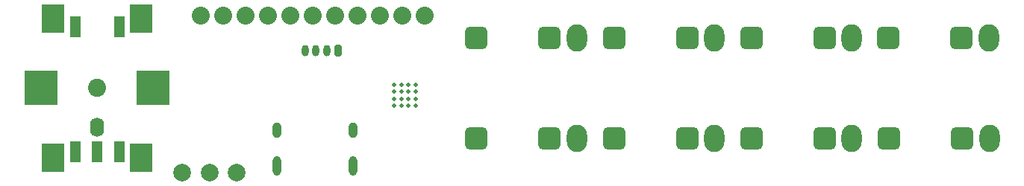
<source format=gbr>
%TF.GenerationSoftware,KiCad,Pcbnew,(6.0.2)*%
%TF.CreationDate,2022-03-16T17:45:16-04:00*%
%TF.ProjectId,cv_sequencer,63765f73-6571-4756-956e-6365722e6b69,0.1*%
%TF.SameCoordinates,Original*%
%TF.FileFunction,Soldermask,Top*%
%TF.FilePolarity,Negative*%
%FSLAX46Y46*%
G04 Gerber Fmt 4.6, Leading zero omitted, Abs format (unit mm)*
G04 Created by KiCad (PCBNEW (6.0.2)) date 2022-03-16 17:45:16*
%MOMM*%
%LPD*%
G01*
G04 APERTURE LIST*
G04 Aperture macros list*
%AMRoundRect*
0 Rectangle with rounded corners*
0 $1 Rounding radius*
0 $2 $3 $4 $5 $6 $7 $8 $9 X,Y pos of 4 corners*
0 Add a 4 corners polygon primitive as box body*
4,1,4,$2,$3,$4,$5,$6,$7,$8,$9,$2,$3,0*
0 Add four circle primitives for the rounded corners*
1,1,$1+$1,$2,$3*
1,1,$1+$1,$4,$5*
1,1,$1+$1,$6,$7*
1,1,$1+$1,$8,$9*
0 Add four rect primitives between the rounded corners*
20,1,$1+$1,$2,$3,$4,$5,0*
20,1,$1+$1,$4,$5,$6,$7,0*
20,1,$1+$1,$6,$7,$8,$9,0*
20,1,$1+$1,$8,$9,$2,$3,0*%
G04 Aperture macros list end*
%ADD10O,0.990600X2.209800*%
%ADD11O,0.990600X1.803400*%
%ADD12O,0.800000X1.300000*%
%ADD13RoundRect,0.200000X0.200000X0.450000X-0.200000X0.450000X-0.200000X-0.450000X0.200000X-0.450000X0*%
%ADD14R,1.300000X2.400000*%
%ADD15R,2.500000X3.200000*%
%ADD16R,3.750000X4.000000*%
%ADD17O,1.600000X2.200000*%
%ADD18C,2.050000*%
%ADD19O,2.300000X3.100000*%
%ADD20RoundRect,0.650000X0.650000X-0.650000X0.650000X0.650000X-0.650000X0.650000X-0.650000X-0.650000X0*%
%ADD21C,2.000000*%
%ADD22C,2.032000*%
%ADD23C,0.508000*%
G04 APERTURE END LIST*
D10*
%TO.C,J4*%
X135735600Y-84527261D03*
X144375600Y-84527261D03*
D11*
X135735600Y-80527260D03*
X144375600Y-80527260D03*
%TD*%
D12*
%TO.C,J1*%
X138896400Y-71424800D03*
X140146400Y-71424800D03*
X141396400Y-71424800D03*
D13*
X142646400Y-71424800D03*
%TD*%
D14*
%TO.C,E1*%
X112816000Y-68692000D03*
X117816000Y-68692000D03*
X117816000Y-82992000D03*
X115316000Y-82992000D03*
X112816000Y-82992000D03*
D15*
X110316000Y-67792000D03*
D16*
X121691000Y-75692000D03*
D15*
X110316000Y-83592000D03*
X120316000Y-67792000D03*
D17*
X115316000Y-80192000D03*
D18*
X115316000Y-75692000D03*
D15*
X120316000Y-83592000D03*
D16*
X108941000Y-75692000D03*
%TD*%
D19*
%TO.C,J12*%
X200942400Y-69977000D03*
D20*
X189542400Y-69977000D03*
X197842400Y-69977000D03*
%TD*%
D21*
%TO.C,TP18*%
X124968000Y-85344000D03*
%TD*%
D19*
%TO.C,J8*%
X200942400Y-81407000D03*
D20*
X189542400Y-81407000D03*
X197842400Y-81407000D03*
%TD*%
D19*
%TO.C,J6*%
X169751200Y-81407000D03*
D20*
X158351200Y-81407000D03*
X166651200Y-81407000D03*
%TD*%
D19*
%TO.C,J10*%
X169751200Y-69977000D03*
D20*
X158351200Y-69977000D03*
X166651200Y-69977000D03*
%TD*%
D19*
%TO.C,J13*%
X216489000Y-69977000D03*
D20*
X205089000Y-69977000D03*
X213389000Y-69977000D03*
%TD*%
D21*
%TO.C,TP16*%
X128066800Y-85344000D03*
%TD*%
D19*
%TO.C,J9*%
X216538000Y-81407000D03*
D20*
X205138000Y-81407000D03*
X213438000Y-81407000D03*
%TD*%
D19*
%TO.C,J11*%
X185346800Y-69977000D03*
D20*
X173946800Y-69977000D03*
X182246800Y-69977000D03*
%TD*%
D21*
%TO.C,TP15*%
X131165600Y-85344000D03*
%TD*%
D22*
%TO.C,U1*%
X152463500Y-67437000D03*
X149923500Y-67437000D03*
X147383500Y-67437000D03*
X144843500Y-67437000D03*
X142303500Y-67437000D03*
X139763500Y-67437000D03*
X137223500Y-67437000D03*
X134683500Y-67437000D03*
X132143500Y-67437000D03*
X129603500Y-67437000D03*
X127063500Y-67437000D03*
%TD*%
D19*
%TO.C,J7*%
X185346800Y-81407000D03*
D20*
X173946800Y-81407000D03*
X182246800Y-81407000D03*
%TD*%
D23*
%TO.C,U2*%
X151441000Y-75330200D03*
X149041000Y-75330200D03*
X151441000Y-76130200D03*
X150641000Y-76930200D03*
X149041000Y-76930200D03*
X151441000Y-77730200D03*
X149841000Y-76930200D03*
X149841000Y-76130200D03*
X149841000Y-75330200D03*
X151441000Y-76930200D03*
X150638519Y-77730200D03*
X149841000Y-77730200D03*
X150641000Y-76130200D03*
X149041000Y-76130200D03*
X150641000Y-75330200D03*
X149041000Y-77730200D03*
%TD*%
M02*

</source>
